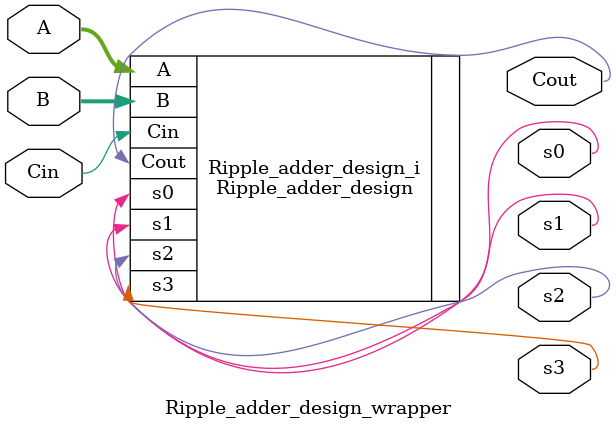
<source format=v>
`timescale 1 ps / 1 ps

module Ripple_adder_design_wrapper
   (A,
    B,
    Cin,
    Cout,
    s0,
    s1,
    s2,
    s3);
  input [3:0]A;
  input [3:0]B;
  input Cin;
  output Cout;
  output s0;
  output s1;
  output s2;
  output s3;

  wire [3:0]A;
  wire [3:0]B;
  wire Cin;
  wire Cout;
  wire s0;
  wire s1;
  wire s2;
  wire s3;

  Ripple_adder_design Ripple_adder_design_i
       (.A(A),
        .B(B),
        .Cin(Cin),
        .Cout(Cout),
        .s0(s0),
        .s1(s1),
        .s2(s2),
        .s3(s3));
endmodule

</source>
